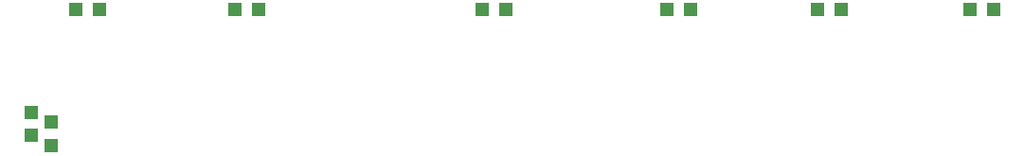
<source format=gbr>
%TF.GenerationSoftware,KiCad,Pcbnew,8.0.3*%
%TF.CreationDate,2024-06-20T21:51:27+02:00*%
%TF.ProjectId,KIA-OBD2-DISPLAY,4b49412d-4f42-4443-922d-444953504c41,rev?*%
%TF.SameCoordinates,Original*%
%TF.FileFunction,Paste,Bot*%
%TF.FilePolarity,Positive*%
%FSLAX46Y46*%
G04 Gerber Fmt 4.6, Leading zero omitted, Abs format (unit mm)*
G04 Created by KiCad (PCBNEW 8.0.3) date 2024-06-20 21:51:27*
%MOMM*%
%LPD*%
G01*
G04 APERTURE LIST*
%ADD10R,1.200000X1.200000*%
G04 APERTURE END LIST*
D10*
%TO.C,D5*%
X150842000Y-78994000D03*
X152942000Y-78994000D03*
%TD*%
%TO.C,D3*%
X189416470Y-78994000D03*
X191516470Y-78994000D03*
%TD*%
%TO.C,D6*%
X136618000Y-78994000D03*
X138718000Y-78994000D03*
%TD*%
%TO.C,D4*%
X172906000Y-78994000D03*
X175006000Y-78994000D03*
%TD*%
%TO.C,D2*%
X202899630Y-78994000D03*
X204999630Y-78994000D03*
%TD*%
%TO.C,D8*%
X134366000Y-89052400D03*
X134366000Y-91152400D03*
%TD*%
%TO.C,D7*%
X132588000Y-88154800D03*
X132588000Y-90254800D03*
%TD*%
%TO.C,D1*%
X216488744Y-78994000D03*
X218588744Y-78994000D03*
%TD*%
M02*

</source>
